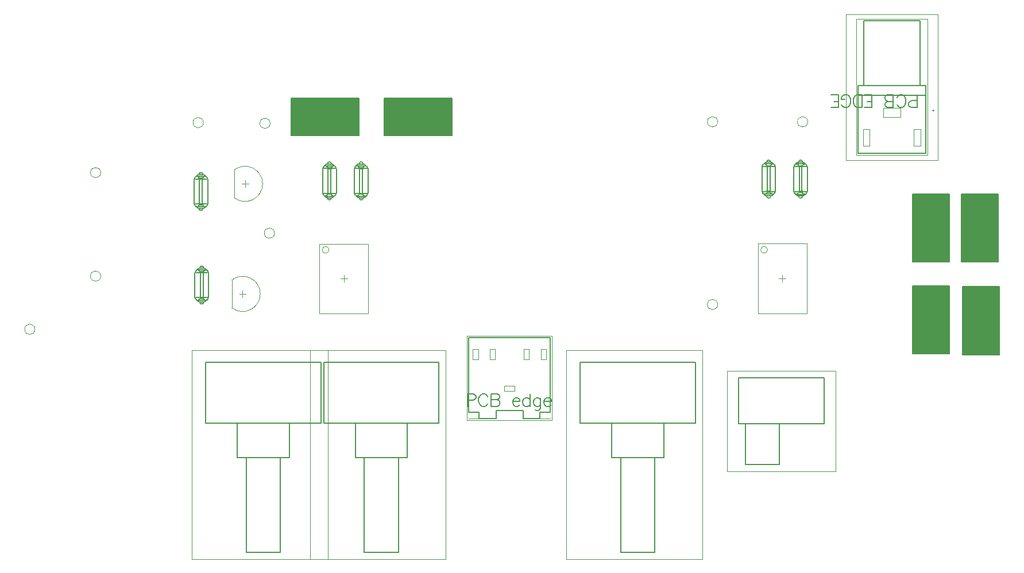
<source format=gm1>
G04*
G04 #@! TF.GenerationSoftware,Altium Limited,Altium Designer,18.0.7 (293)*
G04*
G04 Layer_Color=16711935*
%FSLAX25Y25*%
%MOIN*%
G70*
G01*
G75*
%ADD10C,0.00500*%
%ADD11C,0.00787*%
%ADD12C,0.00600*%
%ADD19C,0.00394*%
%ADD21C,0.00000*%
%ADD22C,0.00000*%
%ADD23C,0.00781*%
%ADD24C,0.00300*%
%ADD25C,0.00197*%
G36*
X261926Y167551D02*
X222426D01*
Y189051D01*
X261926D01*
Y167551D01*
D02*
G37*
G36*
X208028D02*
X168528D01*
Y189051D01*
X208028D01*
Y167551D01*
D02*
G37*
G36*
X578913Y94078D02*
X557413D01*
Y133578D01*
X578913D01*
Y94078D01*
D02*
G37*
G36*
X550567Y94078D02*
X529067D01*
Y133578D01*
X550567D01*
Y94078D01*
D02*
G37*
G36*
Y40791D02*
X529067D01*
Y80291D01*
X550567D01*
Y40791D01*
D02*
G37*
G36*
X579602Y40241D02*
X558102D01*
Y79741D01*
X579602D01*
Y40241D01*
D02*
G37*
D10*
X536811Y157283D02*
Y190748D01*
Y196654D01*
X533465D02*
X536811D01*
X500787D02*
X533465D01*
X497441D02*
X500787D01*
X497441Y190748D02*
Y196654D01*
Y157283D02*
Y190748D01*
Y157283D02*
X536811D01*
X533465Y196654D02*
Y234055D01*
X500787D02*
X533465D01*
X500787Y196654D02*
Y234055D01*
X497441Y190748D02*
X536811D01*
Y157283D02*
Y190748D01*
Y196654D01*
X533465D02*
X536811D01*
X500787D02*
X533465D01*
X497441D02*
X500787D01*
X497441Y190748D02*
Y196654D01*
Y157283D02*
Y190748D01*
Y157283D02*
X536811D01*
X533465Y196654D02*
Y234055D01*
X500787D02*
X533465D01*
X500787Y196654D02*
Y234055D01*
X497441Y190748D02*
X536811D01*
X312992Y6988D02*
X318898D01*
X312992Y3051D02*
Y6988D01*
X303150Y3051D02*
X312992D01*
X303150D02*
Y7776D01*
X287402D02*
X303150D01*
X287402Y3051D02*
Y7776D01*
X277559Y3051D02*
X287402D01*
X277559D02*
Y6988D01*
X271654D02*
X277559D01*
X318898D02*
Y50295D01*
X271654D02*
X318898D01*
X271654Y6988D02*
Y50295D01*
X312992Y6988D02*
X318898D01*
X312992Y3051D02*
Y6988D01*
X303150Y3051D02*
X312992D01*
X303150D02*
Y7776D01*
X287402D02*
X303150D01*
X287402Y3051D02*
Y7776D01*
X277559Y3051D02*
X287402D01*
X277559D02*
Y6988D01*
X271654D02*
X277559D01*
X318898D02*
Y50295D01*
X271654D02*
X318898D01*
X271654Y6988D02*
Y50295D01*
X206284Y132387D02*
G03*
X208276Y131331I1976J1321D01*
G01*
X209983Y131330D02*
G03*
X211957Y132367I11J2376D01*
G01*
X208275Y151015D02*
G03*
X206301Y149977I-11J-2376D01*
G01*
X211974Y149958D02*
G03*
X209982Y151014I-1976J-1321D01*
G01*
X205447Y148524D02*
G03*
X205180Y148259I87J-354D01*
G01*
X208330Y148334D02*
G03*
X205447Y148524I-4288J-43031D01*
G01*
X208330Y134011D02*
G03*
X205447Y133820I41749J-654584D01*
G01*
X205180Y134086D02*
G03*
X205447Y133820I357J92D01*
G01*
X209928Y148334D02*
G03*
X212811Y148524I-41797J655314D01*
G01*
X213077Y148259D02*
G03*
X212811Y148524I-357J-92D01*
G01*
X212811Y133820D02*
G03*
X213077Y134086I-87J354D01*
G01*
X209928Y134011D02*
G03*
X212811Y133820I4288J43031D01*
G01*
X208330Y133482D02*
G03*
X207068Y132314I3661J-5218D01*
G01*
X205180Y134086D02*
G03*
X206952Y132314I1772J0D01*
G01*
X213077Y148259D02*
G03*
X211306Y150031I-1772J0D01*
G01*
X206952D02*
G03*
X205180Y148259I0J-1772D01*
G01*
X211306Y132314D02*
G03*
X213077Y134086I0J1772D01*
G01*
X207948Y131330D02*
G03*
X210310Y131330I1181J0D01*
G01*
Y151015D02*
G03*
X207948Y151015I-1181J0D01*
G01*
X187903Y132387D02*
G03*
X189895Y131331I1976J1321D01*
G01*
X191602Y131330D02*
G03*
X193576Y132367I11J2376D01*
G01*
X189894Y151015D02*
G03*
X187920Y149977I-11J-2376D01*
G01*
X193593Y149958D02*
G03*
X191601Y151014I-1976J-1321D01*
G01*
X187066Y148524D02*
G03*
X186799Y148259I87J-354D01*
G01*
X189949Y148334D02*
G03*
X187066Y148524I-4288J-43031D01*
G01*
X189949Y134011D02*
G03*
X187066Y133820I41749J-654584D01*
G01*
X186799Y134086D02*
G03*
X187066Y133820I357J92D01*
G01*
X191547Y148334D02*
G03*
X194430Y148524I-41797J655314D01*
G01*
X194697Y148259D02*
G03*
X194430Y148524I-357J-92D01*
G01*
X194430Y133820D02*
G03*
X194697Y134086I-87J354D01*
G01*
X191547Y134011D02*
G03*
X194430Y133820I4288J43031D01*
G01*
X189949Y133482D02*
G03*
X188688Y132314I3661J-5218D01*
G01*
X186799Y134086D02*
G03*
X188571Y132314I1772J0D01*
G01*
X194697Y148259D02*
G03*
X192925Y150031I-1772J0D01*
G01*
X188571D02*
G03*
X186799Y148259I0J-1772D01*
G01*
X192925Y132314D02*
G03*
X194697Y134086I0J1772D01*
G01*
X189567Y131330D02*
G03*
X191929Y131330I1181J0D01*
G01*
Y151015D02*
G03*
X189567Y151015I-1181J0D01*
G01*
X113297Y126254D02*
G03*
X115289Y125198I1976J1321D01*
G01*
X116996Y125197D02*
G03*
X118970Y126234I11J2376D01*
G01*
X115287Y144882D02*
G03*
X113313Y143844I-11J-2376D01*
G01*
X118987Y143825D02*
G03*
X116995Y144881I-1976J-1321D01*
G01*
X112459Y142391D02*
G03*
X112193Y142126I87J-354D01*
G01*
X115343Y142201D02*
G03*
X112459Y142391I-4288J-43031D01*
G01*
X115343Y127878D02*
G03*
X112459Y127688I41749J-654584D01*
G01*
X112193Y127953D02*
G03*
X112459Y127688I357J92D01*
G01*
X116941Y142201D02*
G03*
X119824Y142391I-41797J655314D01*
G01*
X120090Y142126D02*
G03*
X119824Y142391I-357J-92D01*
G01*
X119824Y127688D02*
G03*
X120090Y127953I-87J354D01*
G01*
X116941Y127878D02*
G03*
X119824Y127688I4288J43031D01*
G01*
X115343Y127349D02*
G03*
X114081Y126181I3661J-5218D01*
G01*
X112193Y127953D02*
G03*
X113965Y126181I1772J0D01*
G01*
X120090Y142126D02*
G03*
X118319Y143898I-1772J0D01*
G01*
X113965D02*
G03*
X112193Y142126I0J-1772D01*
G01*
X118319Y126181D02*
G03*
X120090Y127953I0J1772D01*
G01*
X114961Y125197D02*
G03*
X117323Y125197I1181J0D01*
G01*
Y144882D02*
G03*
X114961Y144882I-1181J0D01*
G01*
X113789Y71923D02*
G03*
X115781Y70867I1976J1321D01*
G01*
X117488Y70866D02*
G03*
X119462Y71904I11J2376D01*
G01*
X115779Y90551D02*
G03*
X113806Y89514I-11J-2376D01*
G01*
X119479Y89494D02*
G03*
X117487Y90550I-1976J-1321D01*
G01*
X112952Y88060D02*
G03*
X112685Y87795I87J-354D01*
G01*
X115835Y87870D02*
G03*
X112952Y88060I-4288J-43031D01*
G01*
X115835Y73547D02*
G03*
X112952Y73357I41749J-654584D01*
G01*
X112685Y73622D02*
G03*
X112952Y73357I357J92D01*
G01*
X117433Y87870D02*
G03*
X120316Y88060I-41797J655314D01*
G01*
X120582Y87795D02*
G03*
X120316Y88060I-357J-92D01*
G01*
X120316Y73357D02*
G03*
X120582Y73622I-87J354D01*
G01*
X117433Y73547D02*
G03*
X120316Y73357I4288J43031D01*
G01*
X115835Y73019D02*
G03*
X114573Y71850I3661J-5218D01*
G01*
X112685Y73622D02*
G03*
X114457Y71850I1772J0D01*
G01*
X120582Y87795D02*
G03*
X118811Y89567I-1772J0D01*
G01*
X114457D02*
G03*
X112685Y87795I0J-1772D01*
G01*
X118811Y71850D02*
G03*
X120582Y73622I0J1772D01*
G01*
X115453Y70866D02*
G03*
X117815Y70866I1181J0D01*
G01*
Y90551D02*
G03*
X115453Y90551I-1181J0D01*
G01*
X461328Y133439D02*
G03*
X463320Y132383I1976J1321D01*
G01*
X465028Y132382D02*
G03*
X467001Y133420I11J2376D01*
G01*
X463319Y152067D02*
G03*
X461345Y151029I-11J-2376D01*
G01*
X467018Y151010D02*
G03*
X465026Y152066I-1976J-1321D01*
G01*
X460491Y149576D02*
G03*
X460225Y149311I87J-354D01*
G01*
X463374Y149386D02*
G03*
X460491Y149576I-4288J-43031D01*
G01*
X463374Y135063D02*
G03*
X460491Y134873I41749J-654584D01*
G01*
X460225Y135138D02*
G03*
X460491Y134873I357J92D01*
G01*
X464972Y149386D02*
G03*
X467856Y149576I-41797J655314D01*
G01*
X468122Y149311D02*
G03*
X467856Y149576I-357J-92D01*
G01*
X467856Y134873D02*
G03*
X468122Y135138I-87J354D01*
G01*
X464972Y135063D02*
G03*
X467856Y134873I4288J43031D01*
G01*
X463374Y134534D02*
G03*
X462113Y133366I3661J-5218D01*
G01*
X460225Y135138D02*
G03*
X461996Y133366I1772J0D01*
G01*
X468122Y149311D02*
G03*
X466350Y151083I-1772J0D01*
G01*
X461996D02*
G03*
X460225Y149311I0J-1772D01*
G01*
X466350Y133366D02*
G03*
X468122Y135138I0J1772D01*
G01*
X462992Y132382D02*
G03*
X465354Y132382I1181J0D01*
G01*
Y152067D02*
G03*
X462992Y152067I-1181J0D01*
G01*
X442824Y133470D02*
G03*
X444816Y132415I1976J1321D01*
G01*
X446524Y132413D02*
G03*
X448498Y133451I11J2376D01*
G01*
X444815Y152098D02*
G03*
X442841Y151061I-11J-2376D01*
G01*
X448514Y151042D02*
G03*
X446522Y152097I-1976J-1321D01*
G01*
X441987Y149608D02*
G03*
X441721Y149343I87J-354D01*
G01*
X444870Y149417D02*
G03*
X441987Y149608I-4288J-43031D01*
G01*
X444870Y135094D02*
G03*
X441987Y134904I41749J-654584D01*
G01*
X441721Y135169D02*
G03*
X441987Y134904I357J92D01*
G01*
X446468Y149417D02*
G03*
X449352Y149608I-41797J655314D01*
G01*
X449618Y149343D02*
G03*
X449352Y149608I-357J-92D01*
G01*
X449352Y134904D02*
G03*
X449618Y135169I-87J354D01*
G01*
X446468Y135094D02*
G03*
X449352Y134904I4288J43031D01*
G01*
X444870Y134566D02*
G03*
X443609Y133398I3661J-5218D01*
G01*
X441721Y135169D02*
G03*
X443492Y133398I1772J0D01*
G01*
X449618Y149343D02*
G03*
X447846Y151114I-1772J0D01*
G01*
X443492D02*
G03*
X441721Y149343I0J-1772D01*
G01*
X447846Y133398D02*
G03*
X449618Y135169I0J1772D01*
G01*
X444488Y132413D02*
G03*
X446850Y132413I1181J0D01*
G01*
Y152098D02*
G03*
X444488Y152098I-1181J0D01*
G01*
X211973Y132385D02*
X211992Y132412D01*
X212051Y132492D01*
X206212Y132487D02*
X206280Y132393D01*
X206284Y132387D01*
X206266Y149932D02*
X206283Y149960D01*
X206207Y149852D02*
X206266Y149932D01*
X211978Y149951D02*
X212046Y149858D01*
X211974Y149958D02*
X211978Y149951D01*
X209928Y148862D02*
X210006Y148874D01*
X210098Y148916D01*
X210197Y148990D01*
X210281Y149072D01*
X210503Y149335D01*
X210690Y149576D01*
X210859Y149781D01*
X211006Y149931D01*
X211107Y150005D01*
X211189Y150031D01*
X207068D02*
X207174Y149991D01*
X207313Y149873D01*
X207497Y149664D01*
X207724Y149374D01*
X207842Y149225D01*
X207978Y149071D01*
X208073Y148980D01*
X208192Y148898D01*
X208269Y148869D01*
X208330Y148862D01*
X211141Y132324D02*
X211189Y132314D01*
X211084Y132353D02*
X211141Y132324D01*
X211019Y132403D02*
X211084Y132353D01*
X210945Y132472D02*
X211019Y132403D01*
X210858Y132566D02*
X210945Y132472D01*
X210761Y132680D02*
X210858Y132566D01*
X210653Y132816D02*
X210761Y132680D01*
X210534Y132970D02*
X210653Y132816D01*
X210416Y133118D02*
X210534Y132970D01*
X210280Y133273D02*
X210416Y133118D01*
X210235Y133319D02*
X210280Y133273D01*
X210185Y133365D02*
X210235Y133319D01*
X210129Y133408D02*
X210185Y133365D01*
X210066Y133447D02*
X210129Y133408D01*
X210029Y133463D02*
X210066Y133447D01*
X209989Y133475D02*
X210029Y133463D01*
X209959Y133480D02*
X209989Y133475D01*
X209928Y133482D02*
X209959Y133480D01*
X208276Y131331D02*
X209983Y131330D01*
X208275Y151015D02*
X209982Y151013D01*
X208330Y133482D02*
Y148862D01*
X205180Y134086D02*
Y148259D01*
X213078Y134086D02*
Y148259D01*
X209928Y133482D02*
Y148862D01*
X208330Y148334D02*
X209928D01*
X208330Y134011D02*
X209928D01*
X208330Y133482D02*
X209928D01*
X208330Y148862D02*
X209928D01*
X206952Y150031D02*
X211306D01*
X206952Y132314D02*
X211306D01*
X193593Y132385D02*
X193611Y132412D01*
X193670Y132492D01*
X187831Y132487D02*
X187899Y132393D01*
X187903Y132387D01*
X187885Y149932D02*
X187902Y149960D01*
X187826Y149852D02*
X187885Y149932D01*
X193597Y149951D02*
X193665Y149858D01*
X193593Y149958D02*
X193597Y149951D01*
X191547Y148862D02*
X191625Y148874D01*
X191717Y148916D01*
X191816Y148990D01*
X191901Y149072D01*
X192122Y149335D01*
X192309Y149576D01*
X192478Y149781D01*
X192625Y149931D01*
X192726Y150005D01*
X192808Y150031D01*
X188688D02*
X188793Y149991D01*
X188932Y149873D01*
X189116Y149664D01*
X189343Y149374D01*
X189461Y149225D01*
X189597Y149071D01*
X189692Y148980D01*
X189811Y148898D01*
X189888Y148869D01*
X189949Y148862D01*
X192760Y132324D02*
X192808Y132314D01*
X192703Y132353D02*
X192760Y132324D01*
X192638Y132403D02*
X192703Y132353D01*
X192564Y132472D02*
X192638Y132403D01*
X192477Y132566D02*
X192564Y132472D01*
X192380Y132680D02*
X192477Y132566D01*
X192272Y132816D02*
X192380Y132680D01*
X192153Y132970D02*
X192272Y132816D01*
X192035Y133118D02*
X192153Y132970D01*
X191899Y133273D02*
X192035Y133118D01*
X191854Y133319D02*
X191899Y133273D01*
X191804Y133365D02*
X191854Y133319D01*
X191749Y133408D02*
X191804Y133365D01*
X191685Y133447D02*
X191749Y133408D01*
X191648Y133463D02*
X191685Y133447D01*
X191608Y133475D02*
X191648Y133463D01*
X191578Y133480D02*
X191608Y133475D01*
X191547Y133482D02*
X191578Y133480D01*
X189895Y131331D02*
X191602Y131330D01*
X189894Y151015D02*
X191601Y151013D01*
X189949Y133482D02*
Y148862D01*
X186799Y134086D02*
Y148259D01*
X194697Y134086D02*
Y148259D01*
X191547Y133482D02*
Y148862D01*
X189949Y148334D02*
X191547D01*
X189949Y134011D02*
X191547D01*
X189949Y133482D02*
X191547D01*
X189949Y148862D02*
X191547D01*
X188571Y150031D02*
X192925D01*
X188571Y132314D02*
X192925D01*
X118986Y126253D02*
X119004Y126279D01*
X119064Y126360D01*
X113224Y126354D02*
X113292Y126260D01*
X113297Y126254D01*
X113279Y143799D02*
X113296Y143827D01*
X113220Y143719D02*
X113279Y143799D01*
X118991Y143818D02*
X119059Y143725D01*
X118987Y143825D02*
X118991Y143818D01*
X116941Y142729D02*
X117018Y142741D01*
X117110Y142783D01*
X117210Y142857D01*
X117294Y142939D01*
X117515Y143202D01*
X117703Y143443D01*
X117872Y143648D01*
X118019Y143798D01*
X118120Y143872D01*
X118202Y143898D01*
X114081D02*
X114186Y143859D01*
X114326Y143740D01*
X114510Y143531D01*
X114737Y143242D01*
X114855Y143093D01*
X114990Y142938D01*
X115086Y142847D01*
X115205Y142765D01*
X115282Y142736D01*
X115343Y142729D01*
X118154Y126191D02*
X118202Y126181D01*
X118097Y126220D02*
X118154Y126191D01*
X118031Y126270D02*
X118097Y126220D01*
X117958Y126339D02*
X118031Y126270D01*
X117870Y126433D02*
X117958Y126339D01*
X117774Y126548D02*
X117870Y126433D01*
X117666Y126683D02*
X117774Y126548D01*
X117546Y126837D02*
X117666Y126683D01*
X117429Y126985D02*
X117546Y126837D01*
X117293Y127140D02*
X117429Y126985D01*
X117247Y127187D02*
X117293Y127140D01*
X117198Y127232D02*
X117247Y127187D01*
X117142Y127275D02*
X117198Y127232D01*
X117079Y127314D02*
X117142Y127275D01*
X117042Y127330D02*
X117079Y127314D01*
X117002Y127342D02*
X117042Y127330D01*
X116972Y127348D02*
X117002Y127342D01*
X116941Y127349D02*
X116972Y127348D01*
X115289Y125198D02*
X116996Y125197D01*
X115287Y144882D02*
X116995Y144881D01*
X115343Y127349D02*
Y142729D01*
X112193Y127953D02*
Y142126D01*
X120090Y127953D02*
Y142126D01*
X116941Y127349D02*
Y142729D01*
X115343Y142201D02*
X116941D01*
X115343Y127878D02*
X116941D01*
X115343Y127349D02*
X116941D01*
X115343Y142729D02*
X116941D01*
X113965Y143898D02*
X118319D01*
X113965Y126181D02*
X118319D01*
X119478Y71922D02*
X119497Y71949D01*
X119556Y72029D01*
X113717Y72023D02*
X113785Y71930D01*
X113789Y71923D01*
X113771Y89469D02*
X113788Y89496D01*
X113712Y89388D02*
X113771Y89469D01*
X119483Y89488D02*
X119551Y89394D01*
X119479Y89494D02*
X119483Y89488D01*
X117433Y88399D02*
X117510Y88410D01*
X117602Y88452D01*
X117702Y88526D01*
X117786Y88609D01*
X118008Y88871D01*
X118195Y89112D01*
X118364Y89317D01*
X118511Y89467D01*
X118612Y89541D01*
X118694Y89567D01*
X114573D02*
X114679Y89528D01*
X114818Y89409D01*
X115002Y89201D01*
X115229Y88911D01*
X115347Y88762D01*
X115483Y88608D01*
X115578Y88516D01*
X115697Y88434D01*
X115774Y88406D01*
X115835Y88399D01*
X118646Y71860D02*
X118694Y71850D01*
X118589Y71890D02*
X118646Y71860D01*
X118524Y71939D02*
X118589Y71890D01*
X118450Y72008D02*
X118524Y71939D01*
X118363Y72102D02*
X118450Y72008D01*
X118266Y72217D02*
X118363Y72102D01*
X118158Y72353D02*
X118266Y72217D01*
X118038Y72507D02*
X118158Y72353D01*
X117921Y72654D02*
X118038Y72507D01*
X117785Y72810D02*
X117921Y72654D01*
X117740Y72856D02*
X117785Y72810D01*
X117690Y72901D02*
X117740Y72856D01*
X117634Y72944D02*
X117690Y72901D01*
X117571Y72983D02*
X117634Y72944D01*
X117534Y72999D02*
X117571Y72983D01*
X117494Y73012D02*
X117534Y72999D01*
X117464Y73017D02*
X117494Y73012D01*
X117433Y73019D02*
X117464Y73017D01*
X115781Y70867D02*
X117488Y70866D01*
X115779Y90551D02*
X117487Y90550D01*
X115835Y73019D02*
Y88399D01*
X112685Y73622D02*
Y87795D01*
X120582Y73622D02*
Y87795D01*
X117433Y73019D02*
Y88399D01*
X115835Y87870D02*
X117433D01*
X115835Y73547D02*
X117433D01*
X115835Y73019D02*
X117433D01*
X115835Y88399D02*
X117433D01*
X114457Y89567D02*
X118811D01*
X114457Y71850D02*
X118811D01*
X467018Y133438D02*
X467036Y133464D01*
X467095Y133545D01*
X461256Y133539D02*
X461324Y133445D01*
X461328Y133439D01*
X461311Y150984D02*
X461328Y151012D01*
X461251Y150904D02*
X461311Y150984D01*
X467023Y151004D02*
X467091Y150910D01*
X467018Y151010D02*
X467023Y151004D01*
X464972Y149914D02*
X465050Y149926D01*
X465142Y149968D01*
X465241Y150042D01*
X465326Y150124D01*
X465547Y150387D01*
X465735Y150628D01*
X465904Y150833D01*
X466051Y150983D01*
X466151Y151057D01*
X466234Y151083D01*
X462113D02*
X462218Y151044D01*
X462357Y150925D01*
X462541Y150716D01*
X462769Y150427D01*
X462887Y150278D01*
X463022Y150123D01*
X463117Y150032D01*
X463236Y149950D01*
X463313Y149921D01*
X463374Y149914D01*
X466185Y133376D02*
X466234Y133366D01*
X466129Y133405D02*
X466185Y133376D01*
X466063Y133455D02*
X466129Y133405D01*
X465989Y133524D02*
X466063Y133455D01*
X465902Y133618D02*
X465989Y133524D01*
X465805Y133733D02*
X465902Y133618D01*
X465697Y133869D02*
X465805Y133733D01*
X465578Y134022D02*
X465697Y133869D01*
X465460Y134170D02*
X465578Y134022D01*
X465325Y134326D02*
X465460Y134170D01*
X465279Y134372D02*
X465325Y134326D01*
X465229Y134417D02*
X465279Y134372D01*
X465174Y134460D02*
X465229Y134417D01*
X465110Y134499D02*
X465174Y134460D01*
X465073Y134515D02*
X465110Y134499D01*
X465033Y134527D02*
X465073Y134515D01*
X465003Y134533D02*
X465033Y134527D01*
X464972Y134534D02*
X465003Y134533D01*
X463320Y132383D02*
X465028Y132382D01*
X463319Y152067D02*
X465026Y152066D01*
X463374Y134534D02*
Y149914D01*
X460225Y135138D02*
Y149311D01*
X468122Y135138D02*
Y149311D01*
X464972Y134534D02*
Y149914D01*
X463374Y149386D02*
X464972D01*
X463374Y135063D02*
X464972D01*
X463374Y134534D02*
X464972D01*
X463374Y149914D02*
X464972D01*
X461996Y151083D02*
X466350D01*
X461996Y133366D02*
X466350D01*
X448514Y133469D02*
X448532Y133496D01*
X448591Y133576D01*
X442752Y133571D02*
X442820Y133477D01*
X442824Y133470D01*
X442807Y151016D02*
X442824Y151044D01*
X442747Y150936D02*
X442807Y151016D01*
X448519Y151035D02*
X448587Y150941D01*
X448514Y151042D02*
X448519Y151035D01*
X446468Y149946D02*
X446546Y149957D01*
X446638Y149999D01*
X446738Y150073D01*
X446822Y150156D01*
X447043Y150419D01*
X447231Y150659D01*
X447400Y150864D01*
X447547Y151015D01*
X447647Y151089D01*
X447730Y151114D01*
X443609D02*
X443714Y151075D01*
X443853Y150957D01*
X444037Y150748D01*
X444265Y150458D01*
X444383Y150309D01*
X444518Y150155D01*
X444613Y150064D01*
X444732Y149982D01*
X444809Y149953D01*
X444870Y149946D01*
X447681Y133407D02*
X447730Y133398D01*
X447625Y133437D02*
X447681Y133407D01*
X447559Y133486D02*
X447625Y133437D01*
X447485Y133555D02*
X447559Y133486D01*
X447398Y133649D02*
X447485Y133555D01*
X447301Y133764D02*
X447398Y133649D01*
X447193Y133900D02*
X447301Y133764D01*
X447074Y134054D02*
X447193Y133900D01*
X446956Y134202D02*
X447074Y134054D01*
X446821Y134357D02*
X446956Y134202D01*
X446775Y134403D02*
X446821Y134357D01*
X446725Y134448D02*
X446775Y134403D01*
X446670Y134492D02*
X446725Y134448D01*
X446606Y134530D02*
X446670Y134492D01*
X446569Y134547D02*
X446606Y134530D01*
X446529Y134559D02*
X446569Y134547D01*
X446499Y134564D02*
X446529Y134559D01*
X446468Y134566D02*
X446499Y134564D01*
X444816Y132415D02*
X446524Y132413D01*
X444815Y152098D02*
X446522Y152097D01*
X444870Y134566D02*
Y149946D01*
X441721Y135169D02*
Y149343D01*
X449618Y135169D02*
Y149343D01*
X446468Y134566D02*
Y149946D01*
X444870Y149417D02*
X446468D01*
X444870Y135094D02*
X446468D01*
X444870Y134566D02*
X446468D01*
X444870Y149946D02*
X446468D01*
X443492Y151114D02*
X447846D01*
X443492Y133398D02*
X447846D01*
D11*
X541575Y182087D02*
G03*
X541575Y182087I-394J0D01*
G01*
D02*
G03*
X541575Y182087I-394J0D01*
G01*
X428189Y26870D02*
X477795D01*
Y98D02*
Y26870D01*
X428189Y98D02*
X477795D01*
X428189D02*
Y26870D01*
X451811Y-23524D02*
Y98D01*
X432126Y-23524D02*
X451811D01*
X432126D02*
Y98D01*
X118898Y35827D02*
X185827D01*
Y394D02*
Y35827D01*
X118898Y394D02*
X185827D01*
X118898D02*
Y35827D01*
X137205Y-19606D02*
Y394D01*
Y-19606D02*
X167520D01*
Y394D01*
X142520Y-74409D02*
Y-19606D01*
Y-74409D02*
X162205D01*
Y-19606D01*
X336220Y35827D02*
X403150D01*
Y394D02*
Y35827D01*
X336220Y394D02*
X403150D01*
X336220D02*
Y35827D01*
X354528Y-19606D02*
Y394D01*
Y-19606D02*
X384843D01*
Y394D01*
X359843Y-74409D02*
Y-19606D01*
Y-74409D02*
X379528D01*
Y-19606D01*
X187402Y35827D02*
X254331D01*
Y394D02*
Y35827D01*
X187402Y394D02*
X254331D01*
X187402D02*
Y35827D01*
X205709Y-19606D02*
Y394D01*
Y-19606D02*
X236024D01*
Y394D01*
X211024Y-74409D02*
Y-19606D01*
Y-74409D02*
X230709D01*
Y-19606D01*
X497441Y157283D02*
X536811D01*
X497441D02*
Y196654D01*
X536811D01*
Y157283D02*
Y196654D01*
X533465D02*
Y234055D01*
X500787D02*
X533465D01*
X500787Y196654D02*
Y234055D01*
D12*
X222426Y189051D02*
X261926D01*
X222426Y167551D02*
Y189051D01*
Y167551D02*
X261926D01*
Y189051D01*
X168528D02*
X208028D01*
X168528Y167551D02*
Y189051D01*
Y167551D02*
X208028D01*
Y189051D01*
X529067Y94078D02*
X550567D01*
X529067D02*
Y133578D01*
X550567D01*
Y94078D02*
Y133578D01*
X557413Y94078D02*
X578913D01*
X557413D02*
Y133578D01*
X578913D01*
Y94078D02*
Y133578D01*
X529067Y40791D02*
X550567D01*
X529067D02*
Y80291D01*
X550567D01*
Y40791D02*
Y80291D01*
X558102Y40241D02*
X579602D01*
X558102D02*
Y79741D01*
X579602D01*
Y40241D02*
Y79741D01*
D19*
X135430Y131402D02*
G03*
X135430Y147535I6302J8066D01*
G01*
X134052Y67524D02*
G03*
X134052Y83657I6302J8066D01*
G01*
X190453Y101150D02*
G03*
X190453Y101150I-1969J0D01*
G01*
X444980Y101181D02*
G03*
X444980Y101181I-1969J0D01*
G01*
X135433Y131402D02*
Y147535D01*
X134055Y67524D02*
Y83657D01*
X184941Y64142D02*
X213287D01*
X184941Y104693D02*
X213287D01*
Y64142D02*
Y104693D01*
X184941Y64142D02*
Y104693D01*
X439469Y64173D02*
X467815D01*
X439469Y104724D02*
X467815D01*
Y64173D02*
Y104724D01*
X439469Y64173D02*
Y104724D01*
X421496Y30807D02*
X484488D01*
Y-27461D02*
Y30807D01*
X421496Y-27461D02*
X484488D01*
X421496D02*
Y30807D01*
X111024Y42913D02*
X189764D01*
Y-78346D02*
Y42913D01*
X111024Y-78346D02*
X189764D01*
X111024D02*
Y42913D01*
X328346D02*
X407087D01*
Y-78346D02*
Y42913D01*
X328346Y-78346D02*
X407087D01*
X328346D02*
Y42913D01*
X179528D02*
X258268D01*
Y-78346D02*
Y42913D01*
X179528Y-78346D02*
X258268D01*
X179528D02*
Y42913D01*
X490476Y153346D02*
X543776D01*
X490476D02*
Y237992D01*
X543776D01*
Y153346D02*
Y237992D01*
X139764Y139469D02*
X143701D01*
X141732Y137500D02*
Y141437D01*
X138386Y75591D02*
X142323D01*
X140354Y73622D02*
Y77559D01*
X199114Y82449D02*
Y86386D01*
X197146Y84417D02*
X201083D01*
X453642Y82480D02*
Y86417D01*
X451673Y84449D02*
X455610D01*
D21*
X533858Y161417D02*
Y171260D01*
X529921D02*
X533858D01*
X529921Y161417D02*
Y171260D01*
Y161417D02*
X533858D01*
X504331D02*
Y171260D01*
X500394D02*
X504331D01*
X500394Y161417D02*
Y171260D01*
Y161417D02*
X504331D01*
X522047Y178346D02*
Y183465D01*
X512205D02*
X522047D01*
X512205Y178346D02*
Y183465D01*
Y178346D02*
X522047D01*
X533858Y161417D02*
Y171260D01*
X529921D02*
X533858D01*
X529921Y161417D02*
Y171260D01*
Y161417D02*
X533858D01*
X504331D02*
Y171260D01*
X500394D02*
X504331D01*
X500394Y161417D02*
Y171260D01*
Y161417D02*
X504331D01*
X522047Y178346D02*
Y183465D01*
X512205D02*
X522047D01*
X512205Y178346D02*
Y183465D01*
Y178346D02*
X522047D01*
X259926Y173551D02*
G03*
X259926Y173551I-4000J0D01*
G01*
X231476Y186051D02*
G03*
X231476Y186051I-500J0D01*
G01*
X206028Y173551D02*
G03*
X206028Y173551I-4000J0D01*
G01*
X177578Y186051D02*
G03*
X177578Y186051I-500J0D01*
G01*
X548067Y125028D02*
G03*
X548067Y125028I-500J0D01*
G01*
X539067Y100078D02*
G03*
X539067Y100078I-4000J0D01*
G01*
X576413Y125028D02*
G03*
X576413Y125028I-500J0D01*
G01*
X567413Y100078D02*
G03*
X567413Y100078I-4000J0D01*
G01*
X548067Y71741D02*
G03*
X548067Y71741I-500J0D01*
G01*
X539067Y46791D02*
G03*
X539067Y46791I-4000J0D01*
G01*
X577102Y71191D02*
G03*
X577102Y71191I-500J0D01*
G01*
X568102Y46241D02*
G03*
X568102Y46241I-4000J0D01*
G01*
D22*
X316535Y37500D02*
Y43406D01*
X313386D02*
X316535D01*
X313386Y37500D02*
Y43406D01*
Y37500D02*
X316535D01*
X306693D02*
Y43406D01*
X303543D02*
X306693D01*
X303543Y37500D02*
Y43406D01*
Y37500D02*
X306693D01*
X277165D02*
Y43406D01*
X274016D02*
X277165D01*
X274016Y37500D02*
Y43406D01*
Y37500D02*
X277165D01*
X287008D02*
Y43406D01*
X283858D02*
X287008D01*
X283858Y37500D02*
Y43406D01*
Y37500D02*
X287008D01*
X303150Y3051D02*
X318898D01*
X303150D02*
Y7776D01*
X287402D02*
X303150D01*
X287402Y3051D02*
Y7776D01*
X271654Y3051D02*
X287402D01*
X292323Y19193D02*
X298228D01*
Y22343D01*
X292323D02*
X298228D01*
X292323Y19193D02*
Y22343D01*
X316535Y37500D02*
Y43406D01*
X313386D02*
X316535D01*
X313386Y37500D02*
Y43406D01*
Y37500D02*
X316535D01*
X306693D02*
Y43406D01*
X303543D02*
X306693D01*
X303543Y37500D02*
Y43406D01*
Y37500D02*
X306693D01*
X277165D02*
Y43406D01*
X274016D02*
X277165D01*
X274016Y37500D02*
Y43406D01*
Y37500D02*
X277165D01*
X287008D02*
Y43406D01*
X283858D02*
X287008D01*
X283858Y37500D02*
Y43406D01*
Y37500D02*
X287008D01*
X303150Y3051D02*
X318898D01*
X303150D02*
Y7776D01*
X287402D02*
X303150D01*
X287402Y3051D02*
Y7776D01*
X271654Y3051D02*
X287402D01*
X292323Y19193D02*
X298228D01*
Y22343D01*
X292323D02*
X298228D01*
X292323Y19193D02*
Y22343D01*
D23*
X531890Y187706D02*
X528727D01*
X527672Y187355D01*
X527321Y187003D01*
X526969Y186300D01*
Y185246D01*
X527321Y184543D01*
X527672Y184192D01*
X528727Y183840D01*
X531890D01*
Y191220D01*
X520046Y185597D02*
X520398Y184895D01*
X521101Y184192D01*
X521803Y183840D01*
X523209D01*
X523912Y184192D01*
X524615Y184895D01*
X524966Y185597D01*
X525318Y186652D01*
Y188409D01*
X524966Y189463D01*
X524615Y190166D01*
X523912Y190869D01*
X523209Y191220D01*
X521803D01*
X521101Y190869D01*
X520398Y190166D01*
X520046Y189463D01*
X517973Y183840D02*
Y191220D01*
Y183840D02*
X514810D01*
X513755Y184192D01*
X513404Y184543D01*
X513052Y185246D01*
Y185949D01*
X513404Y186652D01*
X513755Y187003D01*
X514810Y187355D01*
X517973D02*
X514810D01*
X513755Y187706D01*
X513404Y188057D01*
X513052Y188760D01*
Y189815D01*
X513404Y190518D01*
X513755Y190869D01*
X514810Y191220D01*
X517973D01*
X501033Y183840D02*
X505602D01*
Y191220D01*
X501033D01*
X505602Y187355D02*
X502790D01*
X499803Y183840D02*
Y191220D01*
Y183840D02*
X497343D01*
X496289Y184192D01*
X495586Y184895D01*
X495234Y185597D01*
X494883Y186652D01*
Y188409D01*
X495234Y189463D01*
X495586Y190166D01*
X496289Y190869D01*
X497343Y191220D01*
X499803D01*
X487959Y185597D02*
X488311Y184895D01*
X489014Y184192D01*
X489717Y183840D01*
X491122D01*
X491825Y184192D01*
X492528Y184895D01*
X492880Y185597D01*
X493231Y186652D01*
Y188409D01*
X492880Y189463D01*
X492528Y190166D01*
X491825Y190869D01*
X491122Y191220D01*
X489717D01*
X489014Y190869D01*
X488311Y190166D01*
X487959Y189463D01*
Y188409D01*
X489717D02*
X487959D01*
X481704Y183840D02*
X486272D01*
Y191220D01*
X481704D01*
X486272Y187355D02*
X483461D01*
X531890Y187706D02*
X528727D01*
X527672Y187355D01*
X527321Y187003D01*
X526969Y186300D01*
Y185246D01*
X527321Y184543D01*
X527672Y184192D01*
X528727Y183840D01*
X531890D01*
Y191220D01*
X520046Y185597D02*
X520398Y184895D01*
X521101Y184192D01*
X521803Y183840D01*
X523209D01*
X523912Y184192D01*
X524615Y184895D01*
X524966Y185597D01*
X525318Y186652D01*
Y188409D01*
X524966Y189463D01*
X524615Y190166D01*
X523912Y190869D01*
X523209Y191220D01*
X521803D01*
X521101Y190869D01*
X520398Y190166D01*
X520046Y189463D01*
X517973Y183840D02*
Y191220D01*
Y183840D02*
X514810D01*
X513755Y184192D01*
X513404Y184543D01*
X513052Y185246D01*
Y185949D01*
X513404Y186652D01*
X513755Y187003D01*
X514810Y187355D01*
X517973D02*
X514810D01*
X513755Y187706D01*
X513404Y188057D01*
X513052Y188760D01*
Y189815D01*
X513404Y190518D01*
X513755Y190869D01*
X514810Y191220D01*
X517973D01*
X501033Y183840D02*
X505602D01*
Y191220D01*
X501033D01*
X505602Y187355D02*
X502790D01*
X499803Y183840D02*
Y191220D01*
Y183840D02*
X497343D01*
X496289Y184192D01*
X495586Y184895D01*
X495234Y185597D01*
X494883Y186652D01*
Y188409D01*
X495234Y189463D01*
X495586Y190166D01*
X496289Y190869D01*
X497343Y191220D01*
X499803D01*
X487959Y185597D02*
X488311Y184895D01*
X489014Y184192D01*
X489717Y183840D01*
X491122D01*
X491825Y184192D01*
X492528Y184895D01*
X492880Y185597D01*
X493231Y186652D01*
Y188409D01*
X492880Y189463D01*
X492528Y190166D01*
X491825Y190869D01*
X491122Y191220D01*
X489717D01*
X489014Y190869D01*
X488311Y190166D01*
X487959Y189463D01*
Y188409D01*
X489717D02*
X487959D01*
X481704Y183840D02*
X486272D01*
Y191220D01*
X481704D01*
X486272Y187355D02*
X483461D01*
X270776Y13782D02*
X273939D01*
X274993Y14134D01*
X275344Y14485D01*
X275696Y15188D01*
Y16242D01*
X275344Y16945D01*
X274993Y17297D01*
X273939Y17648D01*
X270776D01*
Y10268D01*
X282619Y15891D02*
X282268Y16594D01*
X281565Y17297D01*
X280862Y17648D01*
X279456D01*
X278753Y17297D01*
X278050Y16594D01*
X277699Y15891D01*
X277348Y14837D01*
Y13079D01*
X277699Y12025D01*
X278050Y11322D01*
X278753Y10619D01*
X279456Y10268D01*
X280862D01*
X281565Y10619D01*
X282268Y11322D01*
X282619Y12025D01*
X284693Y17648D02*
Y10268D01*
Y17648D02*
X287856D01*
X288910Y17297D01*
X289262Y16945D01*
X289613Y16242D01*
Y15539D01*
X289262Y14837D01*
X288910Y14485D01*
X287856Y14134D01*
X284693D02*
X287856D01*
X288910Y13782D01*
X289262Y13431D01*
X289613Y12728D01*
Y11673D01*
X289262Y10971D01*
X288910Y10619D01*
X287856Y10268D01*
X284693D01*
X297063Y13079D02*
X301281D01*
Y13782D01*
X300929Y14485D01*
X300578Y14837D01*
X299875Y15188D01*
X298821D01*
X298118Y14837D01*
X297415Y14134D01*
X297063Y13079D01*
Y12376D01*
X297415Y11322D01*
X298118Y10619D01*
X298821Y10268D01*
X299875D01*
X300578Y10619D01*
X301281Y11322D01*
X307080Y17648D02*
Y10268D01*
Y14134D02*
X306377Y14837D01*
X305674Y15188D01*
X304620D01*
X303917Y14837D01*
X303214Y14134D01*
X302862Y13079D01*
Y12376D01*
X303214Y11322D01*
X303917Y10619D01*
X304620Y10268D01*
X305674D01*
X306377Y10619D01*
X307080Y11322D01*
X313265Y15188D02*
Y9565D01*
X312914Y8511D01*
X312562Y8159D01*
X311859Y7808D01*
X310805D01*
X310102Y8159D01*
X313265Y14134D02*
X312562Y14837D01*
X311859Y15188D01*
X310805D01*
X310102Y14837D01*
X309399Y14134D01*
X309048Y13079D01*
Y12376D01*
X309399Y11322D01*
X310102Y10619D01*
X310805Y10268D01*
X311859D01*
X312562Y10619D01*
X313265Y11322D01*
X315233Y13079D02*
X319450D01*
Y13782D01*
X319099Y14485D01*
X318748Y14837D01*
X318045Y15188D01*
X316990D01*
X316287Y14837D01*
X315585Y14134D01*
X315233Y13079D01*
Y12376D01*
X315585Y11322D01*
X316287Y10619D01*
X316990Y10268D01*
X318045D01*
X318748Y10619D01*
X319450Y11322D01*
D24*
X158899Y110827D02*
G03*
X158899Y110827I-2994J0D01*
G01*
X416084Y69417D02*
G03*
X416084Y69417I-2994J0D01*
G01*
Y175492D02*
G03*
X416084Y175492I-2994J0D01*
G01*
X468348Y175492D02*
G03*
X468348Y175492I-2994J0D01*
G01*
X156340Y174606D02*
G03*
X156340Y174606I-2994J0D01*
G01*
X117561Y175000D02*
G03*
X117561Y175000I-2994J0D01*
G01*
X58013Y145965D02*
G03*
X58013Y145965I-2994J0D01*
G01*
Y85905D02*
G03*
X58013Y85905I-2994J0D01*
G01*
X19825Y55020D02*
G03*
X19825Y55020I-2994J0D01*
G01*
D25*
X537795Y156299D02*
Y235039D01*
X496457D02*
X537795D01*
X496457Y156299D02*
Y235039D01*
Y156299D02*
X537795D01*
X270669Y2067D02*
Y51280D01*
Y2067D02*
X319882D01*
Y51280D01*
X270669D02*
X319882D01*
M02*

</source>
